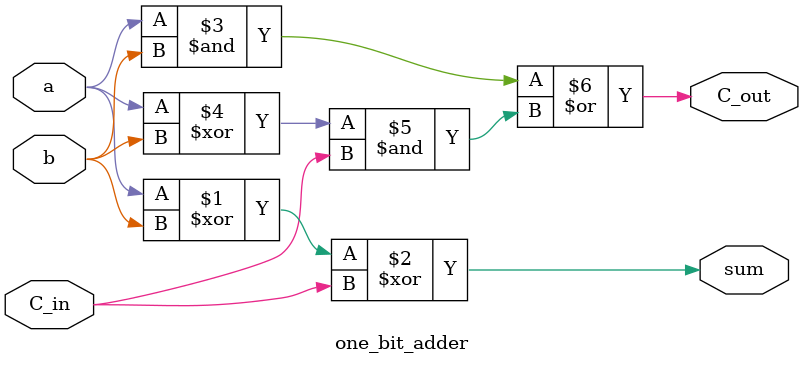
<source format=sv>
module one_bit_adder (
  input logic a, b, C_in,
  output logic sum, C_out
);

assign sum = a^b^C_in;
assign C_out = a&b | (a^b)&C_in;

endmodule: one_bit_adder

</source>
